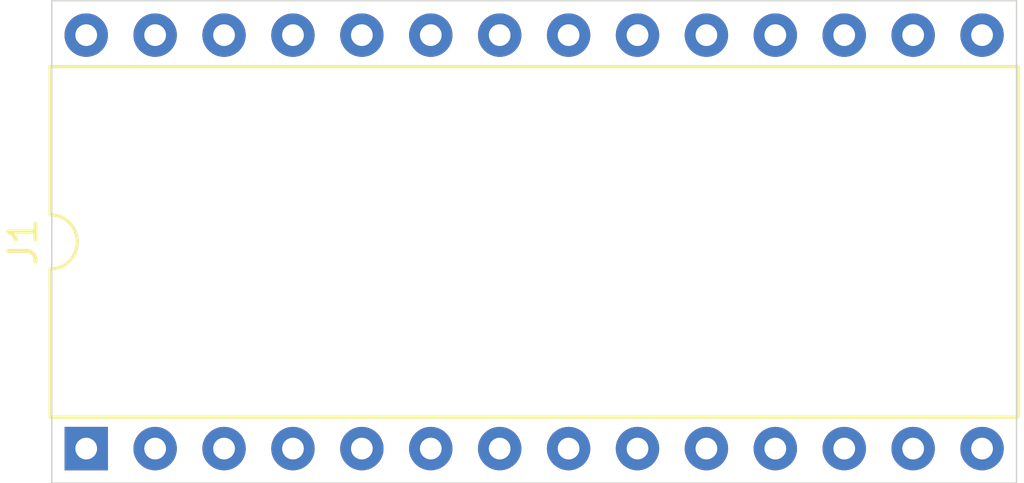
<source format=kicad_pcb>
(kicad_pcb (version 20171130) (host pcbnew 5.99.0+really5.1.12+dfsg1-1)

  (general
    (thickness 1.6)
    (drawings 4)
    (tracks 0)
    (zones 0)
    (modules 1)
    (nets 29)
  )

  (page A4)
  (layers
    (0 F.Cu signal)
    (31 B.Cu signal)
    (32 B.Adhes user)
    (33 F.Adhes user)
    (34 B.Paste user)
    (35 F.Paste user)
    (36 B.SilkS user)
    (37 F.SilkS user)
    (38 B.Mask user)
    (39 F.Mask user)
    (40 Dwgs.User user)
    (41 Cmts.User user)
    (42 Eco1.User user)
    (43 Eco2.User user)
    (44 Edge.Cuts user)
    (45 Margin user)
    (46 B.CrtYd user)
    (47 F.CrtYd user)
    (48 B.Fab user)
    (49 F.Fab user hide)
  )

  (setup
    (last_trace_width 0.25)
    (trace_clearance 0.2)
    (zone_clearance 0.508)
    (zone_45_only no)
    (trace_min 0.2)
    (via_size 0.8)
    (via_drill 0.4)
    (via_min_size 0.4)
    (via_min_drill 0.3)
    (uvia_size 0.3)
    (uvia_drill 0.1)
    (uvias_allowed no)
    (uvia_min_size 0.2)
    (uvia_min_drill 0.1)
    (edge_width 0.05)
    (segment_width 0.2)
    (pcb_text_width 0.3)
    (pcb_text_size 1.5 1.5)
    (mod_edge_width 0.12)
    (mod_text_size 1 1)
    (mod_text_width 0.15)
    (pad_size 1.524 1.524)
    (pad_drill 0.762)
    (pad_to_mask_clearance 0)
    (aux_axis_origin 0 0)
    (visible_elements FFFFFF7F)
    (pcbplotparams
      (layerselection 0x010fc_ffffffff)
      (usegerberextensions false)
      (usegerberattributes true)
      (usegerberadvancedattributes true)
      (creategerberjobfile true)
      (excludeedgelayer true)
      (linewidth 0.100000)
      (plotframeref false)
      (viasonmask false)
      (mode 1)
      (useauxorigin false)
      (hpglpennumber 1)
      (hpglpenspeed 20)
      (hpglpendiameter 15.000000)
      (psnegative false)
      (psa4output false)
      (plotreference true)
      (plotvalue true)
      (plotinvisibletext false)
      (padsonsilk false)
      (subtractmaskfromsilk false)
      (outputformat 1)
      (mirror false)
      (drillshape 1)
      (scaleselection 1)
      (outputdirectory ""))
  )

  (net 0 "")
  (net 1 "Net-(J1-Pad28)")
  (net 2 "Net-(J1-Pad14)")
  (net 3 "Net-(J1-Pad27)")
  (net 4 "Net-(J1-Pad13)")
  (net 5 "Net-(J1-Pad26)")
  (net 6 "Net-(J1-Pad12)")
  (net 7 "Net-(J1-Pad25)")
  (net 8 "Net-(J1-Pad11)")
  (net 9 "Net-(J1-Pad24)")
  (net 10 "Net-(J1-Pad10)")
  (net 11 "Net-(J1-Pad23)")
  (net 12 "Net-(J1-Pad9)")
  (net 13 "Net-(J1-Pad22)")
  (net 14 "Net-(J1-Pad8)")
  (net 15 "Net-(J1-Pad21)")
  (net 16 "Net-(J1-Pad7)")
  (net 17 "Net-(J1-Pad20)")
  (net 18 "Net-(J1-Pad6)")
  (net 19 "Net-(J1-Pad19)")
  (net 20 "Net-(J1-Pad5)")
  (net 21 "Net-(J1-Pad18)")
  (net 22 "Net-(J1-Pad4)")
  (net 23 "Net-(J1-Pad17)")
  (net 24 "Net-(J1-Pad3)")
  (net 25 "Net-(J1-Pad16)")
  (net 26 "Net-(J1-Pad2)")
  (net 27 "Net-(J1-Pad15)")
  (net 28 "Net-(J1-Pad1)")

  (net_class Default "This is the default net class."
    (clearance 0.2)
    (trace_width 0.25)
    (via_dia 0.8)
    (via_drill 0.4)
    (uvia_dia 0.3)
    (uvia_drill 0.1)
    (add_net "Net-(J1-Pad1)")
    (add_net "Net-(J1-Pad10)")
    (add_net "Net-(J1-Pad11)")
    (add_net "Net-(J1-Pad12)")
    (add_net "Net-(J1-Pad13)")
    (add_net "Net-(J1-Pad14)")
    (add_net "Net-(J1-Pad15)")
    (add_net "Net-(J1-Pad16)")
    (add_net "Net-(J1-Pad17)")
    (add_net "Net-(J1-Pad18)")
    (add_net "Net-(J1-Pad19)")
    (add_net "Net-(J1-Pad2)")
    (add_net "Net-(J1-Pad20)")
    (add_net "Net-(J1-Pad21)")
    (add_net "Net-(J1-Pad22)")
    (add_net "Net-(J1-Pad23)")
    (add_net "Net-(J1-Pad24)")
    (add_net "Net-(J1-Pad25)")
    (add_net "Net-(J1-Pad26)")
    (add_net "Net-(J1-Pad27)")
    (add_net "Net-(J1-Pad28)")
    (add_net "Net-(J1-Pad3)")
    (add_net "Net-(J1-Pad4)")
    (add_net "Net-(J1-Pad5)")
    (add_net "Net-(J1-Pad6)")
    (add_net "Net-(J1-Pad7)")
    (add_net "Net-(J1-Pad8)")
    (add_net "Net-(J1-Pad9)")
  )

  (module promram:PROMRAM (layer F.Cu) (tedit 61B43900) (tstamp 61B4A261)
    (at 137.16 106.68 90)
    (descr "28-lead though-hole mounted DIP package, row spacing 15.24 mm (600 mils)")
    (tags "THT DIP DIL PDIP 2.54mm 15.24mm 600mil")
    (path /61B4555B)
    (fp_text reference J1 (at 7.62 -2.33 90) (layer F.SilkS)
      (effects (font (size 1 1) (thickness 0.15)))
    )
    (fp_text value PROMRAM (at 7.62 35.35 90) (layer F.Fab)
      (effects (font (size 1 1) (thickness 0.15)))
    )
    (fp_text user %R (at 7.62 16.51 90) (layer F.Fab)
      (effects (font (size 1 1) (thickness 0.15)))
    )
    (fp_arc (start 7.62 -1.33) (end 6.62 -1.33) (angle -180) (layer F.SilkS) (width 0.12))
    (fp_line (start 1.255 -1.27) (end 14.985 -1.27) (layer F.Fab) (width 0.1))
    (fp_line (start 14.985 -1.27) (end 14.985 34.29) (layer F.Fab) (width 0.1))
    (fp_line (start 14.985 34.29) (end 0.255 34.29) (layer F.Fab) (width 0.1))
    (fp_line (start 0.255 34.29) (end 0.255 -0.27) (layer F.Fab) (width 0.1))
    (fp_line (start 0.255 -0.27) (end 1.255 -1.27) (layer F.Fab) (width 0.1))
    (fp_line (start 6.62 -1.33) (end 1.16 -1.33) (layer F.SilkS) (width 0.12))
    (fp_line (start 1.16 -1.33) (end 1.16 34.35) (layer F.SilkS) (width 0.12))
    (fp_line (start 1.16 34.35) (end 14.08 34.35) (layer F.SilkS) (width 0.12))
    (fp_line (start 14.08 34.35) (end 14.08 -1.33) (layer F.SilkS) (width 0.12))
    (fp_line (start 14.08 -1.33) (end 8.62 -1.33) (layer F.SilkS) (width 0.12))
    (fp_line (start -1.05 -1.55) (end -1.05 34.55) (layer F.CrtYd) (width 0.05))
    (fp_line (start -1.05 34.55) (end 16.3 34.55) (layer F.CrtYd) (width 0.05))
    (fp_line (start 16.3 34.55) (end 16.3 -1.55) (layer F.CrtYd) (width 0.05))
    (fp_line (start 16.3 -1.55) (end -1.05 -1.55) (layer F.CrtYd) (width 0.05))
    (pad 28 thru_hole oval (at 15.24 0 90) (size 1.6 1.6) (drill 0.8) (layers *.Cu *.Mask)
      (net 1 "Net-(J1-Pad28)"))
    (pad 14 thru_hole oval (at 0 33.02 90) (size 1.6 1.6) (drill 0.8) (layers *.Cu *.Mask)
      (net 2 "Net-(J1-Pad14)"))
    (pad 27 thru_hole oval (at 15.24 2.54 90) (size 1.6 1.6) (drill 0.8) (layers *.Cu *.Mask)
      (net 3 "Net-(J1-Pad27)"))
    (pad 13 thru_hole oval (at 0 30.48 90) (size 1.6 1.6) (drill 0.8) (layers *.Cu *.Mask)
      (net 4 "Net-(J1-Pad13)"))
    (pad 26 thru_hole oval (at 15.24 5.08 90) (size 1.6 1.6) (drill 0.8) (layers *.Cu *.Mask)
      (net 5 "Net-(J1-Pad26)"))
    (pad 12 thru_hole oval (at 0 27.94 90) (size 1.6 1.6) (drill 0.8) (layers *.Cu *.Mask)
      (net 6 "Net-(J1-Pad12)"))
    (pad 25 thru_hole oval (at 15.24 7.62 90) (size 1.6 1.6) (drill 0.8) (layers *.Cu *.Mask)
      (net 7 "Net-(J1-Pad25)"))
    (pad 11 thru_hole oval (at 0 25.4 90) (size 1.6 1.6) (drill 0.8) (layers *.Cu *.Mask)
      (net 8 "Net-(J1-Pad11)"))
    (pad 24 thru_hole oval (at 15.24 10.16 90) (size 1.6 1.6) (drill 0.8) (layers *.Cu *.Mask)
      (net 9 "Net-(J1-Pad24)"))
    (pad 10 thru_hole oval (at 0 22.86 90) (size 1.6 1.6) (drill 0.8) (layers *.Cu *.Mask)
      (net 10 "Net-(J1-Pad10)"))
    (pad 23 thru_hole oval (at 15.24 12.7 90) (size 1.6 1.6) (drill 0.8) (layers *.Cu *.Mask)
      (net 11 "Net-(J1-Pad23)"))
    (pad 9 thru_hole oval (at 0 20.32 90) (size 1.6 1.6) (drill 0.8) (layers *.Cu *.Mask)
      (net 12 "Net-(J1-Pad9)"))
    (pad 22 thru_hole oval (at 15.24 15.24 90) (size 1.6 1.6) (drill 0.8) (layers *.Cu *.Mask)
      (net 13 "Net-(J1-Pad22)"))
    (pad 8 thru_hole oval (at 0 17.78 90) (size 1.6 1.6) (drill 0.8) (layers *.Cu *.Mask)
      (net 14 "Net-(J1-Pad8)"))
    (pad 21 thru_hole oval (at 15.24 17.78 90) (size 1.6 1.6) (drill 0.8) (layers *.Cu *.Mask)
      (net 15 "Net-(J1-Pad21)"))
    (pad 7 thru_hole oval (at 0 15.24 90) (size 1.6 1.6) (drill 0.8) (layers *.Cu *.Mask)
      (net 16 "Net-(J1-Pad7)"))
    (pad 20 thru_hole oval (at 15.24 20.32 90) (size 1.6 1.6) (drill 0.8) (layers *.Cu *.Mask)
      (net 17 "Net-(J1-Pad20)"))
    (pad 6 thru_hole oval (at 0 12.7 90) (size 1.6 1.6) (drill 0.8) (layers *.Cu *.Mask)
      (net 18 "Net-(J1-Pad6)"))
    (pad 19 thru_hole oval (at 15.24 22.86 90) (size 1.6 1.6) (drill 0.8) (layers *.Cu *.Mask)
      (net 19 "Net-(J1-Pad19)"))
    (pad 5 thru_hole oval (at 0 10.16 90) (size 1.6 1.6) (drill 0.8) (layers *.Cu *.Mask)
      (net 20 "Net-(J1-Pad5)"))
    (pad 18 thru_hole oval (at 15.24 25.4 90) (size 1.6 1.6) (drill 0.8) (layers *.Cu *.Mask)
      (net 21 "Net-(J1-Pad18)"))
    (pad 4 thru_hole oval (at 0 7.62 90) (size 1.6 1.6) (drill 0.8) (layers *.Cu *.Mask)
      (net 22 "Net-(J1-Pad4)"))
    (pad 17 thru_hole oval (at 15.24 27.94 90) (size 1.6 1.6) (drill 0.8) (layers *.Cu *.Mask)
      (net 23 "Net-(J1-Pad17)"))
    (pad 3 thru_hole oval (at 0 5.08 90) (size 1.6 1.6) (drill 0.8) (layers *.Cu *.Mask)
      (net 24 "Net-(J1-Pad3)"))
    (pad 16 thru_hole oval (at 15.24 30.48 90) (size 1.6 1.6) (drill 0.8) (layers *.Cu *.Mask)
      (net 25 "Net-(J1-Pad16)"))
    (pad 2 thru_hole oval (at 0 2.54 90) (size 1.6 1.6) (drill 0.8) (layers *.Cu *.Mask)
      (net 26 "Net-(J1-Pad2)"))
    (pad 15 thru_hole oval (at 15.24 33.02 90) (size 1.6 1.6) (drill 0.8) (layers *.Cu *.Mask)
      (net 27 "Net-(J1-Pad15)"))
    (pad 1 thru_hole rect (at 0 0 90) (size 1.6 1.6) (drill 0.8) (layers *.Cu *.Mask)
      (net 28 "Net-(J1-Pad1)"))
    (model /usr/share/kicad/modules/Connector_PinHeader_2.54mm.pretty/PinHeader_1x14_P2.54mm_Vertical.kicad_mod
      (at (xyz 0 0 0))
      (scale (xyz 1 1 1))
      (rotate (xyz 0 0 0))
    )
  )

  (gr_line (start 135.89 107.95) (end 135.89 90.17) (layer Edge.Cuts) (width 0.05) (tstamp 61B4A3EB))
  (gr_line (start 171.45 107.95) (end 135.89 107.95) (layer Edge.Cuts) (width 0.05))
  (gr_line (start 171.45 90.17) (end 171.45 107.95) (layer Edge.Cuts) (width 0.05))
  (gr_line (start 135.89 90.17) (end 171.45 90.17) (layer Edge.Cuts) (width 0.05))

)

</source>
